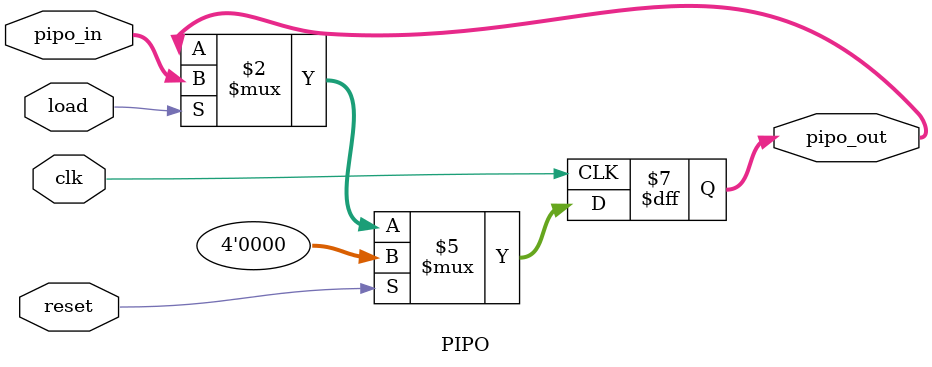
<source format=v>

module PIPO (clk,reset,pipo_in,load,pipo_out);

input clk;
input reset;
input [3:0] pipo_in;
input load;
output reg [3:0] pipo_out;


always @(posedge clk)
begin
    if (reset)
    begin
        pipo_out <= 4'b0000;
    end
    else if (load)
    begin
        pipo_out <= pipo_in;
    end
end

endmodule


</source>
